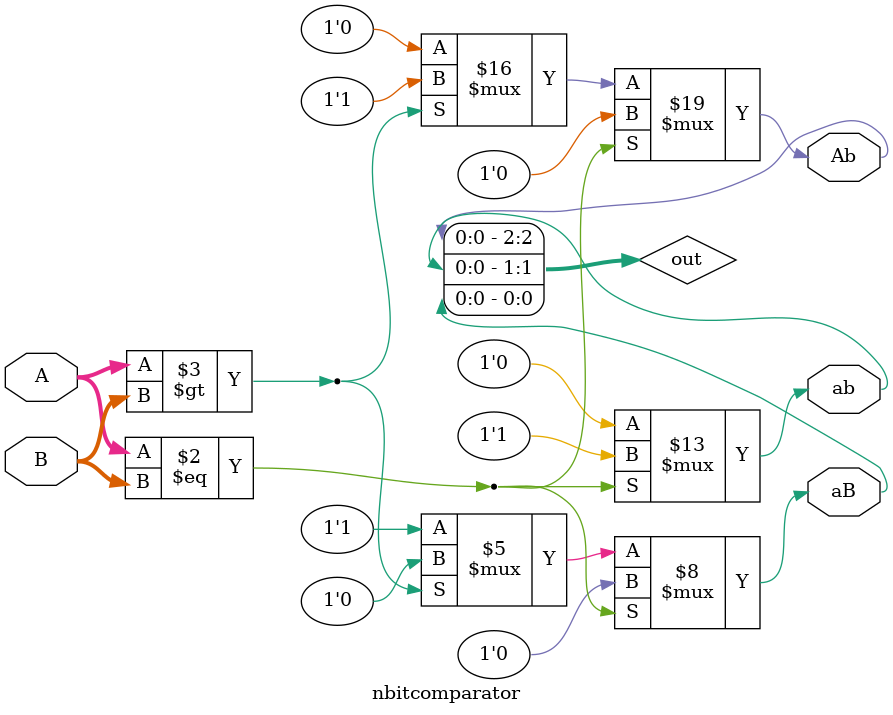
<source format=v>
`timescale 1ns / 1ps


//4-bit comparator
module nbitcomparator(
  
    input [3:0] A,
    input [3:0] B,
    output Ab,ab,aB
    );
    integer i;
    reg [2:0] out;
    
    assign Ab = out[2];
    assign ab = out[1];
    assign aB = out[0];
    
    always @* begin
        if(A==B)begin
            out[2]<=0;
            out[1]<=1;
            out[0]<=0;
        end
        
        else if(A>B)begin
            out[2]<=1;
            out[1]<=0;
            out[0]<=0;            
        end
        
        else begin
           out[2]<=0;
           out[1]<=0;
           out[0]<=1;       
        end
        
    end
endmodule

</source>
